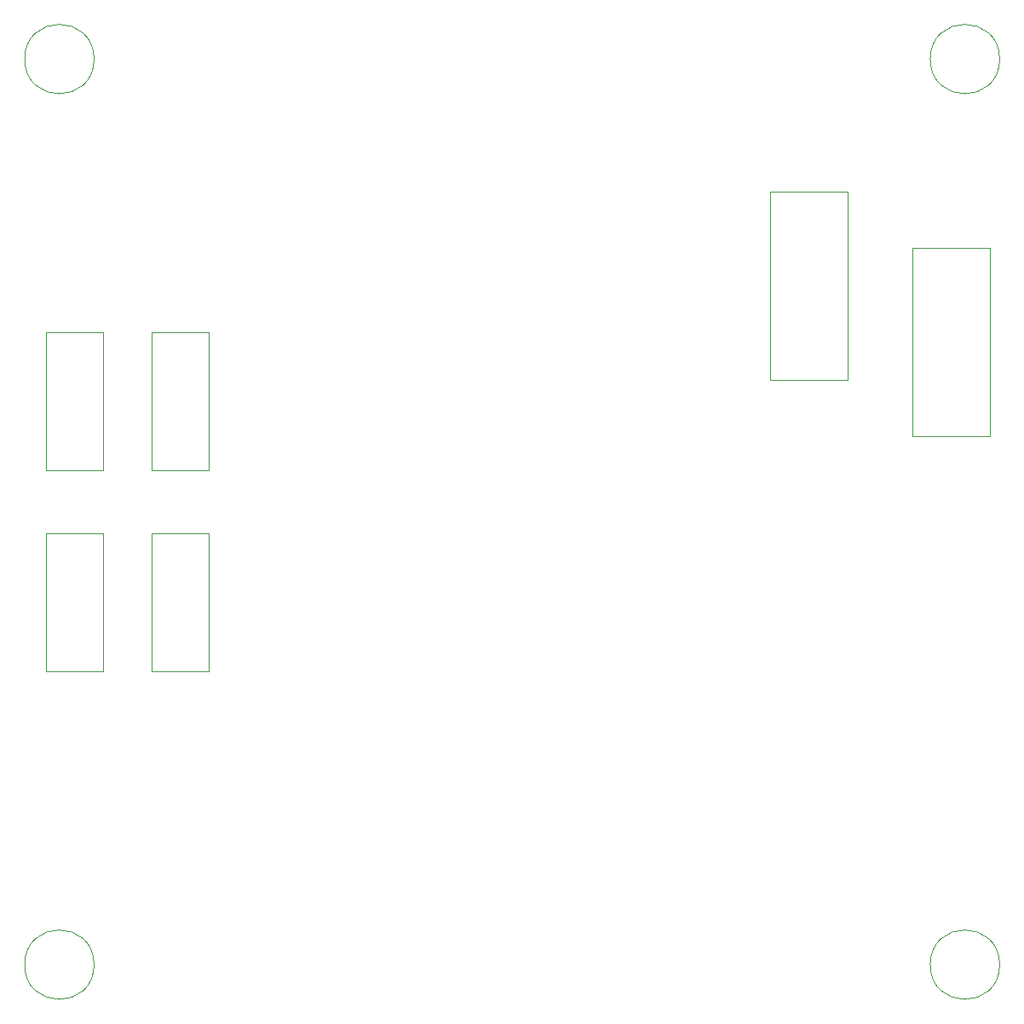
<source format=gbr>
G04 #@! TF.FileFunction,Other,User*
%FSLAX46Y46*%
G04 Gerber Fmt 4.6, Leading zero omitted, Abs format (unit mm)*
G04 Created by KiCad (PCBNEW 4.0.2-stable) date 10/05/17 14:13:38*
%MOMM*%
G01*
G04 APERTURE LIST*
%ADD10C,0.100000*%
%ADD11C,0.050000*%
G04 APERTURE END LIST*
D10*
D11*
X73850000Y-67150000D02*
X68150000Y-67150000D01*
X68150000Y-67150000D02*
X68150000Y-80850000D01*
X68150000Y-80850000D02*
X73850000Y-80850000D01*
X73850000Y-80850000D02*
X73850000Y-67150000D01*
X73850000Y-87150000D02*
X68150000Y-87150000D01*
X68150000Y-87150000D02*
X68150000Y-100850000D01*
X68150000Y-100850000D02*
X73850000Y-100850000D01*
X73850000Y-100850000D02*
X73850000Y-87150000D01*
X84350000Y-67150000D02*
X78650000Y-67150000D01*
X78650000Y-67150000D02*
X78650000Y-80850000D01*
X78650000Y-80850000D02*
X84350000Y-80850000D01*
X84350000Y-80850000D02*
X84350000Y-67150000D01*
X84350000Y-87150000D02*
X78650000Y-87150000D01*
X78650000Y-87150000D02*
X78650000Y-100850000D01*
X78650000Y-100850000D02*
X84350000Y-100850000D01*
X84350000Y-100850000D02*
X84350000Y-87150000D01*
X161950000Y-58750000D02*
X154250000Y-58750000D01*
X154250000Y-58750000D02*
X154250000Y-77450000D01*
X154250000Y-77450000D02*
X161950000Y-77450000D01*
X161950000Y-77450000D02*
X161950000Y-58750000D01*
X147850000Y-53150000D02*
X140150000Y-53150000D01*
X140150000Y-53150000D02*
X140150000Y-71850000D01*
X140150000Y-71850000D02*
X147850000Y-71850000D01*
X147850000Y-71850000D02*
X147850000Y-53150000D01*
X72950000Y-130000000D02*
G75*
G03X72950000Y-130000000I-3450000J0D01*
G01*
X162950000Y-130000000D02*
G75*
G03X162950000Y-130000000I-3450000J0D01*
G01*
X162950000Y-40000000D02*
G75*
G03X162950000Y-40000000I-3450000J0D01*
G01*
X72950000Y-40000000D02*
G75*
G03X72950000Y-40000000I-3450000J0D01*
G01*
M02*

</source>
